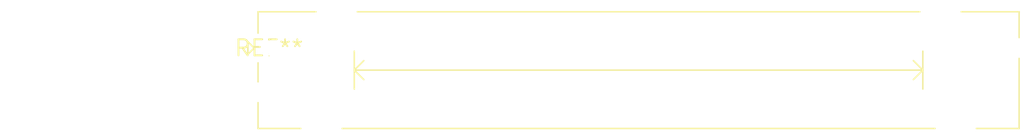
<source format=kicad_pcb>
(kicad_pcb (version 20240108) (generator pcbnew)
  (layers (0 "F.Cu" signal) (31 "B.Cu" signal) (34 "B.Paste" user) (35 "F.Paste" user) (36 "B.SilkS" user "B.Silkscreen") (37 "F.SilkS" user "F.Silkscreen") (38 "B.Mask" user) (39 "F.Mask" user) (44 "Edge.Cuts" user))
  (net 0 "")
  (footprint "Potentiometer_Bourns_PTA4543_Single_Slide" (layer "F.Cu") (at 0 0)
    (property "Reference" "REF**")
    (property "Value" "Potentiometer_Bourns_PTA4543_Single_Slide")
    (fp_line (start -1.675 -0.5) (end -1.675 0.5) (layer "F.SilkS") (stroke (width 0.12)))
    (fp_line (start -1.675 0.5) (end -1.175 0) (layer "F.SilkS") (stroke (width 0.12)))
    (fp_line (start -1.175 0) (end -1.675 -0.5) (layer "F.SilkS") (stroke (width 0.12)))
    (fp_line (start -0.87 -2.87) (end -0.87 -1.175) (layer "F.SilkS") (stroke (width 0.12)))
    (fp_line (start -0.87 -2.87) (end 3.715 -2.87) (layer "F.SilkS") (stroke (width 0.12)))
    (fp_line (start -0.87 1.175) (end -0.87 2.678) (layer "F.SilkS") (stroke (width 0.12)))
    (fp_line (start -0.87 4.323) (end -0.87 6.37) (layer "F.SilkS") (stroke (width 0.12)))
    (fp_line (start -0.87 6.37) (end 2.515 6.37) (layer "F.SilkS") (stroke (width 0.12)))
    (fp_line (start 5.786 6.37) (end 52.715 6.37) (layer "F.SilkS") (stroke (width 0.12)))
    (fp_line (start 6.75 0.25) (end 6.75 3.25) (layer "F.SilkS") (stroke (width 0.12)))
    (fp_line (start 6.75 1.75) (end 7.5 2.5) (layer "F.SilkS") (stroke (width 0.12)))
    (fp_line (start 6.75 1.75) (end 51.75 1.75) (layer "F.SilkS") (stroke (width 0.12)))
    (fp_line (start 6.986 -2.87) (end 51.515 -2.87) (layer "F.SilkS") (stroke (width 0.12)))
    (fp_line (start 7.5 1) (end 6.75 1.75) (layer "F.SilkS") (stroke (width 0.12)))
    (fp_line (start 51 1) (end 51.75 1.75) (layer "F.SilkS") (stroke (width 0.12)))
    (fp_line (start 51.75 0.25) (end 51.75 3.25) (layer "F.SilkS") (stroke (width 0.12)))
    (fp_line (start 51.75 1.75) (end 51 2.5) (layer "F.SilkS") (stroke (width 0.12)))
    (fp_line (start 54.786 -2.87) (end 59.37 -2.87) (layer "F.SilkS") (stroke (width 0.12)))
    (fp_line (start 55.986 6.37) (end 59.37 6.37) (layer "F.SilkS") (stroke (width 0.12)))
    (fp_line (start 59.37 -2.87) (end 59.37 -0.823) (layer "F.SilkS") (stroke (width 0.12)))
    (fp_line (start 59.37 0.823) (end 59.37 6.37) (layer "F.SilkS") (stroke (width 0.12)))
    (pad "1" thru_hole rect (at 0 0) (size 1.75 1.75) (drill 1.2) (layers *.Cu *.Mask) (remove_unused_layers))
    (pad "2" thru_hole circle (at 0 3.5) (size 1.75 1.75) (drill 1.2) (layers *.Cu *.Mask) (remove_unused_layers))
    (pad "3" thru_hole circle (at 58.5 0) (size 1.75 1.75) (drill 1.2) (layers *.Cu *.Mask) (remove_unused_layers))
    (pad "MP" thru_hole circle (at 4.15 5.95) (size 2.7 2.7) (drill 1.7) (layers *.Cu *.Mask) (remove_unused_layers))
    (pad "MP" thru_hole circle (at 5.35 -2.45) (size 2.7 2.7) (drill 1.7) (layers *.Cu *.Mask) (remove_unused_layers))
    (pad "MP" thru_hole circle (at 53.15 -2.45) (size 2.7 2.7) (drill 1.7) (layers *.Cu *.Mask) (remove_unused_layers))
    (pad "MP" thru_hole circle (at 54.35 5.95) (size 2.7 2.7) (drill 1.7) (layers *.Cu *.Mask) (remove_unused_layers))
  )
)
</source>
